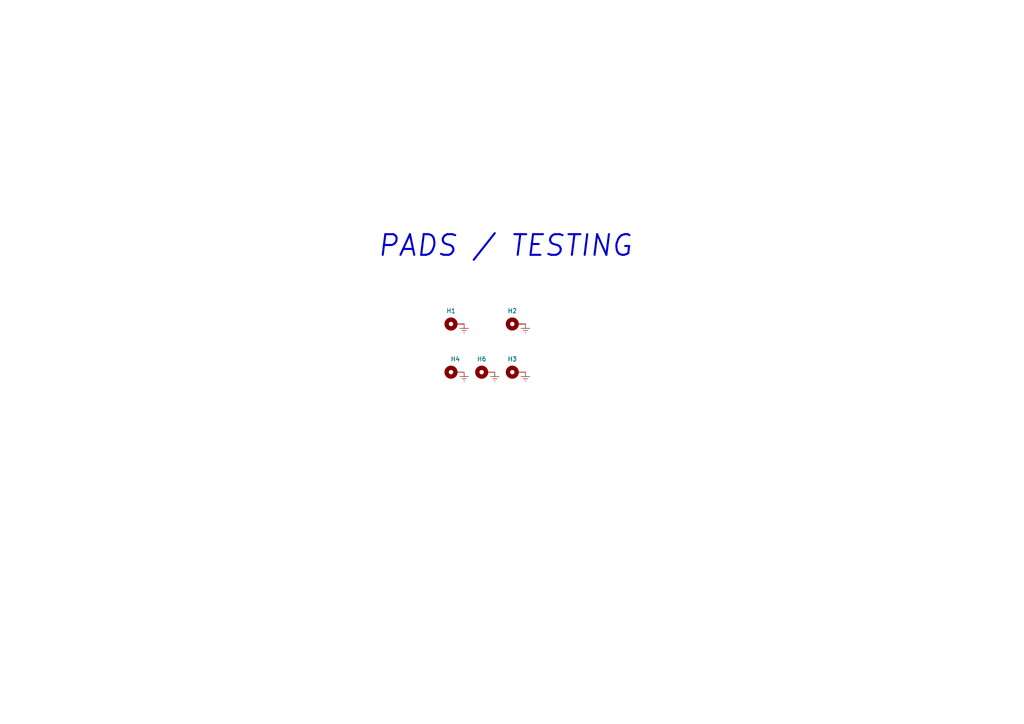
<source format=kicad_sch>
(kicad_sch (version 20211123) (generator eeschema)
  (paper "A4")
  (title_block (title "E-TKT") (date "2022-07-21") (rev "3") (company "Andrei Speridiao"))
  (lib_symbols
    (symbol "Mechanical:MountingHole_Pad" (pin_numbers hide) (pin_names (offset 1.016) hide)
      (property "Reference" "H" (at 0 6.35 0))
      (property "Value" "MountingHole_Pad" (at 0 4.445 0))
      (symbol "MountingHole_Pad_0_1"
        (circle (center 0 1.27) (radius 1.27) (stroke (width 1.27)))
      )
      (symbol "MountingHole_Pad_1_1"
        (pin input line (at 0 -2.54 90) (length 2.54) (name "1") (number "1"))
      )
    )
    (symbol "power:GNDREF" (power) (pin_names (offset 0))
      (property "Value" "GNDREF" (at 0 -3.81 0))
      (symbol "GNDREF_0_1"
        (polyline (pts (xy -0.635 -1.905) (xy 0.635 -1.905)))
        (polyline (pts (xy -0.127 -2.54) (xy 0.127 -2.54)))
        (polyline (pts (xy 0 -1.27) (xy 0 0)))
        (polyline (pts (xy 1.27 -1.27) (xy -1.27 -1.27)))
      )
      (symbol "GNDREF_1_1"
        (pin power_in line (at 0 0 270) (length 0) hide (name "GNDREF") (number "1"))
      )
    )
  )
  (text "PADS / TESTING" (at 109.22 74.93 0) (effects (font (size 6 6) (thickness 0.6) bold italic) (justify left bottom)))
  (symbol (lib_id "power:GNDREF") (at 152.4 93.98 0) (unit 1)
    (property "Reference" "#PWR0173" (effects hide))
    (property "Value" "GNDREF" (effects hide))
  )
  (symbol (lib_id "power:GNDREF") (at 143.51 107.95 0) (unit 1)
    (property "Reference" "#PWR0176" (effects hide))
    (property "Value" "GNDREF" (effects hide))
  )
  (symbol (lib_id "power:GNDREF") (at 134.62 93.98 0) (unit 1)
    (property "Reference" "#PWR0174" (effects hide))
    (property "Value" "GNDREF" (effects hide))
  )
  (symbol (lib_id "Mechanical:MountingHole_Pad") (at 132.08 93.98 90) (unit 1)
    (property "Reference" "H1" (at 130.81 90.17 90))
    (property "Value" "M3" (effects hide))
    (property "Footprint" "MountingHole:MountingHole_3.2mm_M3_Pad_Via" (effects hide))
    (property "Datasheet" "xxx" (effects hide))
    (property "Group" "Pads" (effects hide))
    (property "Description" "Mounting hole pad" (effects hide))
    (property "#" "xxx" (effects hide))
    (property "Mouser" "OK" (effects hide))
  )
  (symbol (lib_id "Mechanical:MountingHole_Pad") (at 149.86 107.95 90) (unit 1)
    (property "Reference" "H3" (at 148.59 104.14 90))
    (property "Value" "M3" (effects hide))
    (property "Footprint" "MountingHole:MountingHole_3.2mm_M3_Pad_Via" (effects hide))
    (property "Datasheet" "xxx" (effects hide))
    (property "Description" "Mounting hole pad" (effects hide))
    (property "Group" "Pads" (effects hide))
    (property "#" "xxx" (effects hide))
    (property "Mouser" "OK" (effects hide))
  )
  (symbol (lib_id "Mechanical:MountingHole_Pad") (at 132.08 107.95 90) (unit 1)
    (property "Reference" "H4" (at 132.08 104.14 90))
    (property "Value" "M3" (effects hide))
    (property "Footprint" "MountingHole:MountingHole_3.2mm_M3_Pad_Via" (effects hide))
    (property "Datasheet" "xxx" (effects hide))
    (property "Description" "Mounting hole pad" (effects hide))
    (property "Group" "Pads" (effects hide))
    (property "#" "xxx" (effects hide))
    (property "Mouser" "OK" (effects hide))
  )
  (symbol (lib_id "power:GNDREF") (at 134.62 107.95 0) (unit 1)
    (property "Reference" "#PWR0172" (effects hide))
    (property "Value" "GNDREF" (effects hide))
  )
  (symbol (lib_id "power:GNDREF") (at 152.4 107.95 0) (unit 1)
    (property "Reference" "#PWR0171" (effects hide))
    (property "Value" "GNDREF" (effects hide))
  )
  (symbol (lib_id "Mechanical:MountingHole_Pad") (at 140.97 107.95 90) (unit 1)
    (property "Reference" "H6" (at 139.7 104.14 90))
    (property "Value" "M3" (effects hide))
    (property "Footprint" "MountingHole:MountingHole_3.2mm_M3_Pad_Via" (effects hide))
    (property "Datasheet" "xxx" (effects hide))
    (property "Description" "Mounting hole pad" (effects hide))
    (property "Group" "Pads" (effects hide))
    (property "#" "xxx" (effects hide))
    (property "Mouser" "OK" (effects hide))
  )
  (symbol (lib_id "Mechanical:MountingHole_Pad") (at 149.86 93.98 90) (unit 1)
    (property "Reference" "H2" (at 148.59 90.17 90))
    (property "Value" "M3" (effects hide))
    (property "Footprint" "MountingHole:MountingHole_3.2mm_M3_Pad_Via" (effects hide))
    (property "Datasheet" "xxx" (effects hide))
    (property "Group" "Pads" (effects hide))
    (property "Description" "Mounting hole pad" (effects hide))
    (property "#" "xxx" (effects hide))
    (property "Mouser" "OK" (effects hide))
  )
)
</source>
